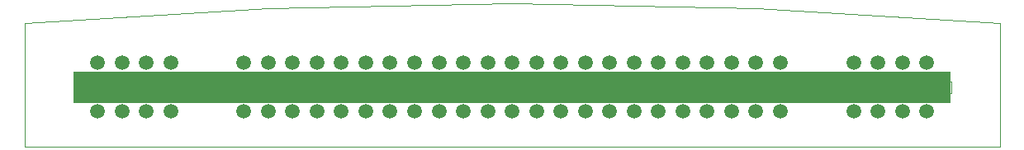
<source format=gbs>
G75*
G70*
%OFA0B0*%
%FSLAX24Y24*%
%IPPOS*%
%LPD*%
%AMOC8*
5,1,8,0,0,1.08239X$1,22.5*
%
%ADD10C,0.0000*%
%ADD11C,0.0001*%
%ADD12R,3.5433X0.1260*%
%ADD13C,0.0594*%
D10*
X000100Y000100D02*
X000100Y005100D01*
X002069Y002738D02*
X037502Y002738D01*
X037502Y002265D01*
X002069Y002265D01*
X002069Y002738D01*
X000100Y000100D02*
X039470Y000100D01*
X039470Y005100D01*
D11*
X019785Y005888D02*
X009935Y005691D01*
X000100Y005101D01*
X019785Y005888D02*
X029635Y005691D01*
X039470Y005101D01*
D12*
X019785Y002502D03*
D13*
X019785Y001517D03*
X018801Y001517D03*
X017817Y001517D03*
X016832Y001517D03*
X015848Y001517D03*
X014864Y001517D03*
X013880Y001517D03*
X012895Y001517D03*
X011911Y001517D03*
X010927Y001517D03*
X009943Y001517D03*
X008958Y001517D03*
X006006Y001517D03*
X005021Y001517D03*
X004037Y001517D03*
X003053Y001517D03*
X003053Y003486D03*
X004037Y003486D03*
X005021Y003486D03*
X006006Y003486D03*
X008958Y003486D03*
X009943Y003486D03*
X010927Y003486D03*
X011911Y003486D03*
X012895Y003486D03*
X013880Y003486D03*
X014864Y003486D03*
X015848Y003486D03*
X016832Y003486D03*
X017817Y003486D03*
X018801Y003486D03*
X019785Y003486D03*
X020769Y003486D03*
X021754Y003486D03*
X022738Y003486D03*
X023722Y003486D03*
X024706Y003486D03*
X025691Y003486D03*
X026675Y003486D03*
X027659Y003486D03*
X028643Y003486D03*
X029628Y003486D03*
X030612Y003486D03*
X033565Y003486D03*
X034549Y003486D03*
X035533Y003486D03*
X036517Y003486D03*
X036517Y001517D03*
X035533Y001517D03*
X034549Y001517D03*
X033565Y001517D03*
X030612Y001517D03*
X029628Y001517D03*
X028643Y001517D03*
X027659Y001517D03*
X026675Y001517D03*
X025691Y001517D03*
X024706Y001517D03*
X023722Y001517D03*
X022738Y001517D03*
X021754Y001517D03*
X020769Y001517D03*
M02*

</source>
